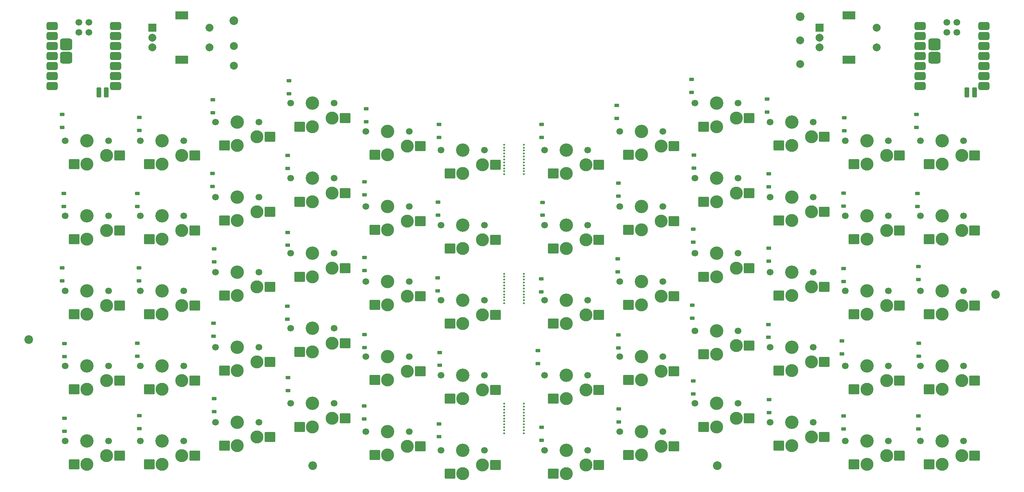
<source format=gbr>
%TF.GenerationSoftware,KiCad,Pcbnew,9.0.5*%
%TF.CreationDate,2025-12-19T18:50:02-08:00*%
%TF.ProjectId,bluekeeb,626c7565-6b65-4656-922e-6b696361645f,rev?*%
%TF.SameCoordinates,Original*%
%TF.FileFunction,Soldermask,Top*%
%TF.FilePolarity,Negative*%
%FSLAX46Y46*%
G04 Gerber Fmt 4.6, Leading zero omitted, Abs format (unit mm)*
G04 Created by KiCad (PCBNEW 9.0.5) date 2025-12-19 18:50:02*
%MOMM*%
%LPD*%
G01*
G04 APERTURE LIST*
G04 Aperture macros list*
%AMRoundRect*
0 Rectangle with rounded corners*
0 $1 Rounding radius*
0 $2 $3 $4 $5 $6 $7 $8 $9 X,Y pos of 4 corners*
0 Add a 4 corners polygon primitive as box body*
4,1,4,$2,$3,$4,$5,$6,$7,$8,$9,$2,$3,0*
0 Add four circle primitives for the rounded corners*
1,1,$1+$1,$2,$3*
1,1,$1+$1,$4,$5*
1,1,$1+$1,$6,$7*
1,1,$1+$1,$8,$9*
0 Add four rect primitives between the rounded corners*
20,1,$1+$1,$2,$3,$4,$5,0*
20,1,$1+$1,$4,$5,$6,$7,0*
20,1,$1+$1,$6,$7,$8,$9,0*
20,1,$1+$1,$8,$9,$2,$3,0*%
G04 Aperture macros list end*
%ADD10C,1.700000*%
%ADD11RoundRect,0.300400X-0.300400X1.000400X-0.300400X-1.000400X0.300400X-1.000400X0.300400X1.000400X0*%
%ADD12RoundRect,0.775400X0.775400X0.775400X-0.775400X0.775400X-0.775400X-0.775400X0.775400X-0.775400X0*%
%ADD13RoundRect,0.525400X-0.900400X-0.525400X0.900400X-0.525400X0.900400X0.525400X-0.900400X0.525400X0*%
%ADD14C,2.200000*%
%ADD15R,2.000000X2.000000*%
%ADD16C,2.000000*%
%ADD17R,3.200000X2.000000*%
%ADD18C,0.500000*%
%ADD19C,3.400000*%
%ADD20C,3.300000*%
%ADD21RoundRect,0.260000X-1.065000X-1.040000X1.065000X-1.040000X1.065000X1.040000X-1.065000X1.040000X0*%
%ADD22RoundRect,0.225000X0.375000X-0.225000X0.375000X0.225000X-0.375000X0.225000X-0.375000X-0.225000X0*%
G04 APERTURE END LIST*
D10*
%TO.C,U2*%
X265715000Y-22471500D03*
X263175000Y-22471500D03*
X265715000Y-19931500D03*
X263175000Y-19931500D03*
D11*
X270160000Y-37736900D03*
X268255000Y-37736900D03*
D12*
X260000000Y-25500000D03*
X260000000Y-28900000D03*
D13*
X272555000Y-20880000D03*
X272555000Y-23420000D03*
X272555000Y-25960000D03*
X272555000Y-28500000D03*
X272555000Y-31040000D03*
X272555000Y-33580000D03*
X272555000Y-36120000D03*
X256390000Y-36120000D03*
X256390000Y-33580000D03*
X256390000Y-31040000D03*
X256390000Y-28500000D03*
X256390000Y-25960000D03*
X256390000Y-23420000D03*
X256390000Y-20880000D03*
%TD*%
D14*
%TO.C,H19*%
X30500000Y-100500000D03*
%TD*%
%TO.C,H18*%
X275500000Y-89000000D03*
%TD*%
%TO.C,H17*%
X82500000Y-19500000D03*
%TD*%
%TO.C,H16*%
X226000000Y-18500000D03*
%TD*%
%TO.C,H15*%
X102500000Y-132500000D03*
%TD*%
%TO.C,H14*%
X205000000Y-132500000D03*
%TD*%
D15*
%TO.C,SW62*%
X230875000Y-21312500D03*
D16*
X230875000Y-26312500D03*
X230875000Y-23812500D03*
D17*
X238375000Y-18212500D03*
X238375000Y-29412500D03*
D16*
X245375000Y-26312500D03*
X245375000Y-21312500D03*
%TD*%
D15*
%TO.C,SW61*%
X61806250Y-21312500D03*
D16*
X61806250Y-26312500D03*
X61806250Y-23812500D03*
D17*
X69306250Y-18212500D03*
X69306250Y-29412500D03*
D16*
X76306250Y-26312500D03*
X76306250Y-21312500D03*
%TD*%
D18*
%TO.C,H1*%
X151000000Y-124250000D03*
X156000000Y-124250000D03*
X151000000Y-123500000D03*
X151000000Y-123500000D03*
X156000000Y-123500000D03*
X156000000Y-123500000D03*
X151000000Y-122750000D03*
X156000000Y-122750000D03*
X151000000Y-122000000D03*
X156000000Y-122000000D03*
X151000000Y-121250000D03*
X156000000Y-121250000D03*
X151000000Y-120500000D03*
X156000000Y-120500000D03*
X151000000Y-119750000D03*
X156000000Y-119750000D03*
X151000000Y-119000000D03*
X156000000Y-119000000D03*
X151000000Y-118250000D03*
X156000000Y-118250000D03*
X151000000Y-117500000D03*
X156000000Y-117500000D03*
X151000000Y-116750000D03*
X156000000Y-116750000D03*
%TD*%
%TO.C,H3*%
X151000000Y-91250000D03*
X156000000Y-91250000D03*
X151000000Y-90500000D03*
X151000000Y-90500000D03*
X156000000Y-90500000D03*
X156000000Y-90500000D03*
X151000000Y-89750000D03*
X156000000Y-89750000D03*
X151000000Y-89000000D03*
X156000000Y-89000000D03*
X151000000Y-88250000D03*
X156000000Y-88250000D03*
X151000000Y-87500000D03*
X156000000Y-87500000D03*
X151000000Y-86750000D03*
X156000000Y-86750000D03*
X151000000Y-86000000D03*
X156000000Y-86000000D03*
X151000000Y-85250000D03*
X156000000Y-85250000D03*
X151000000Y-84500000D03*
X156000000Y-84500000D03*
X151000000Y-83750000D03*
X156000000Y-83750000D03*
%TD*%
%TO.C,H5*%
X151000000Y-58500000D03*
X156000000Y-58500000D03*
X151000000Y-57750000D03*
X151000000Y-57750000D03*
X156000000Y-57750000D03*
X156000000Y-57750000D03*
X151000000Y-57000000D03*
X156000000Y-57000000D03*
X151000000Y-56250000D03*
X156000000Y-56250000D03*
X151000000Y-55500000D03*
X156000000Y-55500000D03*
X151000000Y-54750000D03*
X156000000Y-54750000D03*
X151000000Y-54000000D03*
X156000000Y-54000000D03*
X151000000Y-53250000D03*
X156000000Y-53250000D03*
X151000000Y-52500000D03*
X156000000Y-52500000D03*
X151000000Y-51750000D03*
X156000000Y-51750000D03*
X151000000Y-51000000D03*
X156000000Y-51000000D03*
%TD*%
D10*
%TO.C,SW1*%
X39743750Y-50006250D03*
D19*
X45243750Y-50006250D03*
D10*
X50743750Y-50006250D03*
D20*
X50243750Y-53756250D03*
D21*
X53488750Y-53756250D03*
X41998750Y-55956250D03*
D20*
X45243750Y-55956250D03*
%TD*%
D10*
%TO.C,SW2*%
X161187500Y-52387500D03*
D19*
X166687500Y-52387500D03*
D10*
X172187500Y-52387500D03*
D20*
X171687500Y-56137500D03*
D21*
X174932500Y-56137500D03*
X163442500Y-58337500D03*
D20*
X166687500Y-58337500D03*
%TD*%
D10*
%TO.C,SW3*%
X58793750Y-50006250D03*
D19*
X64293750Y-50006250D03*
D10*
X69793750Y-50006250D03*
D20*
X69293750Y-53756250D03*
D21*
X72538750Y-53756250D03*
X61048750Y-55956250D03*
D20*
X64293750Y-55956250D03*
%TD*%
D10*
%TO.C,SW4*%
X180237500Y-47625000D03*
D19*
X185737500Y-47625000D03*
D10*
X191237500Y-47625000D03*
D20*
X190737500Y-51375000D03*
D21*
X193982500Y-51375000D03*
X182492500Y-53575000D03*
D20*
X185737500Y-53575000D03*
%TD*%
D10*
%TO.C,SW5*%
X77843750Y-45243750D03*
D19*
X83343750Y-45243750D03*
D10*
X88843750Y-45243750D03*
D20*
X88343750Y-48993750D03*
D21*
X91588750Y-48993750D03*
X80098750Y-51193750D03*
D20*
X83343750Y-51193750D03*
%TD*%
D10*
%TO.C,SW6*%
X199287500Y-40481250D03*
D19*
X204787500Y-40481250D03*
D10*
X210287500Y-40481250D03*
D20*
X209787500Y-44231250D03*
D21*
X213032500Y-44231250D03*
X201542500Y-46431250D03*
D20*
X204787500Y-46431250D03*
%TD*%
D10*
%TO.C,SW7*%
X96893750Y-40481250D03*
D19*
X102393750Y-40481250D03*
D10*
X107893750Y-40481250D03*
D20*
X107393750Y-44231250D03*
D21*
X110638750Y-44231250D03*
X99148750Y-46431250D03*
D20*
X102393750Y-46431250D03*
%TD*%
D10*
%TO.C,SW8*%
X218337500Y-45243750D03*
D19*
X223837500Y-45243750D03*
D10*
X229337500Y-45243750D03*
D20*
X228837500Y-48993750D03*
D21*
X232082500Y-48993750D03*
X220592500Y-51193750D03*
D20*
X223837500Y-51193750D03*
%TD*%
D10*
%TO.C,SW9*%
X115943750Y-47625000D03*
D19*
X121443750Y-47625000D03*
D10*
X126943750Y-47625000D03*
D20*
X126443750Y-51375000D03*
D21*
X129688750Y-51375000D03*
X118198750Y-53575000D03*
D20*
X121443750Y-53575000D03*
%TD*%
D10*
%TO.C,SW10*%
X237387500Y-50006250D03*
D19*
X242887500Y-50006250D03*
D10*
X248387500Y-50006250D03*
D20*
X247887500Y-53756250D03*
D21*
X251132500Y-53756250D03*
X239642500Y-55956250D03*
D20*
X242887500Y-55956250D03*
%TD*%
D10*
%TO.C,SW11*%
X134993750Y-52387500D03*
D19*
X140493750Y-52387500D03*
D10*
X145993750Y-52387500D03*
D20*
X145493750Y-56137500D03*
D21*
X148738750Y-56137500D03*
X137248750Y-58337500D03*
D20*
X140493750Y-58337500D03*
%TD*%
D10*
%TO.C,SW12*%
X256437500Y-50006250D03*
D19*
X261937500Y-50006250D03*
D10*
X267437500Y-50006250D03*
D20*
X266937500Y-53756250D03*
D21*
X270182500Y-53756250D03*
X258692500Y-55956250D03*
D20*
X261937500Y-55956250D03*
%TD*%
D10*
%TO.C,SW13*%
X39743750Y-69056250D03*
D19*
X45243750Y-69056250D03*
D10*
X50743750Y-69056250D03*
D20*
X50243750Y-72806250D03*
D21*
X53488750Y-72806250D03*
X41998750Y-75006250D03*
D20*
X45243750Y-75006250D03*
%TD*%
D10*
%TO.C,SW14*%
X161187500Y-71437500D03*
D19*
X166687500Y-71437500D03*
D10*
X172187500Y-71437500D03*
D20*
X171687500Y-75187500D03*
D21*
X174932500Y-75187500D03*
X163442500Y-77387500D03*
D20*
X166687500Y-77387500D03*
%TD*%
D10*
%TO.C,SW15*%
X39743750Y-88106250D03*
D19*
X45243750Y-88106250D03*
D10*
X50743750Y-88106250D03*
D20*
X50243750Y-91856250D03*
D21*
X53488750Y-91856250D03*
X41998750Y-94056250D03*
D20*
X45243750Y-94056250D03*
%TD*%
D10*
%TO.C,SW16*%
X161187500Y-90487500D03*
D19*
X166687500Y-90487500D03*
D10*
X172187500Y-90487500D03*
D20*
X171687500Y-94237500D03*
D21*
X174932500Y-94237500D03*
X163442500Y-96437500D03*
D20*
X166687500Y-96437500D03*
%TD*%
D10*
%TO.C,SW17*%
X39743750Y-107156250D03*
D19*
X45243750Y-107156250D03*
D10*
X50743750Y-107156250D03*
D20*
X50243750Y-110906250D03*
D21*
X53488750Y-110906250D03*
X41998750Y-113106250D03*
D20*
X45243750Y-113106250D03*
%TD*%
D10*
%TO.C,SW18*%
X161187500Y-109537500D03*
D19*
X166687500Y-109537500D03*
D10*
X172187500Y-109537500D03*
D20*
X171687500Y-113287500D03*
D21*
X174932500Y-113287500D03*
X163442500Y-115487500D03*
D20*
X166687500Y-115487500D03*
%TD*%
D10*
%TO.C,SW19*%
X39743750Y-126206250D03*
D19*
X45243750Y-126206250D03*
D10*
X50743750Y-126206250D03*
D20*
X50243750Y-129956250D03*
D21*
X53488750Y-129956250D03*
X41998750Y-132156250D03*
D20*
X45243750Y-132156250D03*
%TD*%
D10*
%TO.C,SW20*%
X161187500Y-128587500D03*
D19*
X166687500Y-128587500D03*
D10*
X172187500Y-128587500D03*
D20*
X171687500Y-132337500D03*
D21*
X174932500Y-132337500D03*
X163442500Y-134537500D03*
D20*
X166687500Y-134537500D03*
%TD*%
D10*
%TO.C,SW21*%
X58793750Y-69056250D03*
D19*
X64293750Y-69056250D03*
D10*
X69793750Y-69056250D03*
D20*
X69293750Y-72806250D03*
D21*
X72538750Y-72806250D03*
X61048750Y-75006250D03*
D20*
X64293750Y-75006250D03*
%TD*%
D10*
%TO.C,SW22*%
X180237500Y-66675000D03*
D19*
X185737500Y-66675000D03*
D10*
X191237500Y-66675000D03*
D20*
X190737500Y-70425000D03*
D21*
X193982500Y-70425000D03*
X182492500Y-72625000D03*
D20*
X185737500Y-72625000D03*
%TD*%
D10*
%TO.C,SW23*%
X58793750Y-88106250D03*
D19*
X64293750Y-88106250D03*
D10*
X69793750Y-88106250D03*
D20*
X69293750Y-91856250D03*
D21*
X72538750Y-91856250D03*
X61048750Y-94056250D03*
D20*
X64293750Y-94056250D03*
%TD*%
D10*
%TO.C,SW24*%
X180237500Y-85725000D03*
D19*
X185737500Y-85725000D03*
D10*
X191237500Y-85725000D03*
D20*
X190737500Y-89475000D03*
D21*
X193982500Y-89475000D03*
X182492500Y-91675000D03*
D20*
X185737500Y-91675000D03*
%TD*%
D10*
%TO.C,SW25*%
X58793750Y-107156250D03*
D19*
X64293750Y-107156250D03*
D10*
X69793750Y-107156250D03*
D20*
X69293750Y-110906250D03*
D21*
X72538750Y-110906250D03*
X61048750Y-113106250D03*
D20*
X64293750Y-113106250D03*
%TD*%
D10*
%TO.C,SW26*%
X180237500Y-104775000D03*
D19*
X185737500Y-104775000D03*
D10*
X191237500Y-104775000D03*
D20*
X190737500Y-108525000D03*
D21*
X193982500Y-108525000D03*
X182492500Y-110725000D03*
D20*
X185737500Y-110725000D03*
%TD*%
D10*
%TO.C,SW27*%
X58793750Y-126206250D03*
D19*
X64293750Y-126206250D03*
D10*
X69793750Y-126206250D03*
D20*
X69293750Y-129956250D03*
D21*
X72538750Y-129956250D03*
X61048750Y-132156250D03*
D20*
X64293750Y-132156250D03*
%TD*%
D10*
%TO.C,SW28*%
X180237500Y-123825000D03*
D19*
X185737500Y-123825000D03*
D10*
X191237500Y-123825000D03*
D20*
X190737500Y-127575000D03*
D21*
X193982500Y-127575000D03*
X182492500Y-129775000D03*
D20*
X185737500Y-129775000D03*
%TD*%
D10*
%TO.C,SW29*%
X77843750Y-64293750D03*
D19*
X83343750Y-64293750D03*
D10*
X88843750Y-64293750D03*
D20*
X88343750Y-68043750D03*
D21*
X91588750Y-68043750D03*
X80098750Y-70243750D03*
D20*
X83343750Y-70243750D03*
%TD*%
D10*
%TO.C,SW30*%
X199287500Y-59531250D03*
D19*
X204787500Y-59531250D03*
D10*
X210287500Y-59531250D03*
D20*
X209787500Y-63281250D03*
D21*
X213032500Y-63281250D03*
X201542500Y-65481250D03*
D20*
X204787500Y-65481250D03*
%TD*%
D10*
%TO.C,SW31*%
X77843750Y-83343750D03*
D19*
X83343750Y-83343750D03*
D10*
X88843750Y-83343750D03*
D20*
X88343750Y-87093750D03*
D21*
X91588750Y-87093750D03*
X80098750Y-89293750D03*
D20*
X83343750Y-89293750D03*
%TD*%
D10*
%TO.C,SW32*%
X199287500Y-78581250D03*
D19*
X204787500Y-78581250D03*
D10*
X210287500Y-78581250D03*
D20*
X209787500Y-82331250D03*
D21*
X213032500Y-82331250D03*
X201542500Y-84531250D03*
D20*
X204787500Y-84531250D03*
%TD*%
D10*
%TO.C,SW33*%
X77843750Y-102393750D03*
D19*
X83343750Y-102393750D03*
D10*
X88843750Y-102393750D03*
D20*
X88343750Y-106143750D03*
D21*
X91588750Y-106143750D03*
X80098750Y-108343750D03*
D20*
X83343750Y-108343750D03*
%TD*%
D10*
%TO.C,SW34*%
X199287500Y-98268750D03*
D19*
X204787500Y-98268750D03*
D10*
X210287500Y-98268750D03*
D20*
X209787500Y-102018750D03*
D21*
X213032500Y-102018750D03*
X201542500Y-104218750D03*
D20*
X204787500Y-104218750D03*
%TD*%
D10*
%TO.C,SW35*%
X77843750Y-121443750D03*
D19*
X83343750Y-121443750D03*
D10*
X88843750Y-121443750D03*
D20*
X88343750Y-125193750D03*
D21*
X91588750Y-125193750D03*
X80098750Y-127393750D03*
D20*
X83343750Y-127393750D03*
%TD*%
D10*
%TO.C,SW36*%
X199287500Y-116681250D03*
D19*
X204787500Y-116681250D03*
D10*
X210287500Y-116681250D03*
D20*
X209787500Y-120431250D03*
D21*
X213032500Y-120431250D03*
X201542500Y-122631250D03*
D20*
X204787500Y-122631250D03*
%TD*%
D10*
%TO.C,SW37*%
X96893750Y-59531250D03*
D19*
X102393750Y-59531250D03*
D10*
X107893750Y-59531250D03*
D20*
X107393750Y-63281250D03*
D21*
X110638750Y-63281250D03*
X99148750Y-65481250D03*
D20*
X102393750Y-65481250D03*
%TD*%
D10*
%TO.C,SW38*%
X218337500Y-64293750D03*
D19*
X223837500Y-64293750D03*
D10*
X229337500Y-64293750D03*
D20*
X228837500Y-68043750D03*
D21*
X232082500Y-68043750D03*
X220592500Y-70243750D03*
D20*
X223837500Y-70243750D03*
%TD*%
D10*
%TO.C,SW39*%
X96893750Y-78581250D03*
D19*
X102393750Y-78581250D03*
D10*
X107893750Y-78581250D03*
D20*
X107393750Y-82331250D03*
D21*
X110638750Y-82331250D03*
X99148750Y-84531250D03*
D20*
X102393750Y-84531250D03*
%TD*%
D10*
%TO.C,SW40*%
X218337500Y-83343750D03*
D19*
X223837500Y-83343750D03*
D10*
X229337500Y-83343750D03*
D20*
X228837500Y-87093750D03*
D21*
X232082500Y-87093750D03*
X220592500Y-89293750D03*
D20*
X223837500Y-89293750D03*
%TD*%
D10*
%TO.C,SW41*%
X96893750Y-97631250D03*
D19*
X102393750Y-97631250D03*
D10*
X107893750Y-97631250D03*
D20*
X107393750Y-101381250D03*
D21*
X110638750Y-101381250D03*
X99148750Y-103581250D03*
D20*
X102393750Y-103581250D03*
%TD*%
D10*
%TO.C,SW42*%
X218337500Y-102393750D03*
D19*
X223837500Y-102393750D03*
D10*
X229337500Y-102393750D03*
D20*
X228837500Y-106143750D03*
D21*
X232082500Y-106143750D03*
X220592500Y-108343750D03*
D20*
X223837500Y-108343750D03*
%TD*%
D10*
%TO.C,SW43*%
X96893750Y-116681250D03*
D19*
X102393750Y-116681250D03*
D10*
X107893750Y-116681250D03*
D20*
X107393750Y-120431250D03*
D21*
X110638750Y-120431250D03*
X99148750Y-122631250D03*
D20*
X102393750Y-122631250D03*
%TD*%
D10*
%TO.C,SW44*%
X218337500Y-121443750D03*
D19*
X223837500Y-121443750D03*
D10*
X229337500Y-121443750D03*
D20*
X228837500Y-125193750D03*
D21*
X232082500Y-125193750D03*
X220592500Y-127393750D03*
D20*
X223837500Y-127393750D03*
%TD*%
D10*
%TO.C,SW45*%
X115943750Y-66675000D03*
D19*
X121443750Y-66675000D03*
D10*
X126943750Y-66675000D03*
D20*
X126443750Y-70425000D03*
D21*
X129688750Y-70425000D03*
X118198750Y-72625000D03*
D20*
X121443750Y-72625000D03*
%TD*%
D10*
%TO.C,SW46*%
X237387500Y-69056250D03*
D19*
X242887500Y-69056250D03*
D10*
X248387500Y-69056250D03*
D20*
X247887500Y-72806250D03*
D21*
X251132500Y-72806250D03*
X239642500Y-75006250D03*
D20*
X242887500Y-75006250D03*
%TD*%
D10*
%TO.C,SW47*%
X115943750Y-85725000D03*
D19*
X121443750Y-85725000D03*
D10*
X126943750Y-85725000D03*
D20*
X126443750Y-89475000D03*
D21*
X129688750Y-89475000D03*
X118198750Y-91675000D03*
D20*
X121443750Y-91675000D03*
%TD*%
D10*
%TO.C,SW48*%
X237387500Y-88106250D03*
D19*
X242887500Y-88106250D03*
D10*
X248387500Y-88106250D03*
D20*
X247887500Y-91856250D03*
D21*
X251132500Y-91856250D03*
X239642500Y-94056250D03*
D20*
X242887500Y-94056250D03*
%TD*%
D10*
%TO.C,SW49*%
X115943750Y-104775000D03*
D19*
X121443750Y-104775000D03*
D10*
X126943750Y-104775000D03*
D20*
X126443750Y-108525000D03*
D21*
X129688750Y-108525000D03*
X118198750Y-110725000D03*
D20*
X121443750Y-110725000D03*
%TD*%
D10*
%TO.C,SW50*%
X237387500Y-107156250D03*
D19*
X242887500Y-107156250D03*
D10*
X248387500Y-107156250D03*
D20*
X247887500Y-110906250D03*
D21*
X251132500Y-110906250D03*
X239642500Y-113106250D03*
D20*
X242887500Y-113106250D03*
%TD*%
D10*
%TO.C,SW51*%
X115943750Y-123825000D03*
D19*
X121443750Y-123825000D03*
D10*
X126943750Y-123825000D03*
D20*
X126443750Y-127575000D03*
D21*
X129688750Y-127575000D03*
X118198750Y-129775000D03*
D20*
X121443750Y-129775000D03*
%TD*%
D10*
%TO.C,SW52*%
X237387500Y-126206250D03*
D19*
X242887500Y-126206250D03*
D10*
X248387500Y-126206250D03*
D20*
X247887500Y-129956250D03*
D21*
X251132500Y-129956250D03*
X239642500Y-132156250D03*
D20*
X242887500Y-132156250D03*
%TD*%
D10*
%TO.C,SW53*%
X134993750Y-71437500D03*
D19*
X140493750Y-71437500D03*
D10*
X145993750Y-71437500D03*
D20*
X145493750Y-75187500D03*
D21*
X148738750Y-75187500D03*
X137248750Y-77387500D03*
D20*
X140493750Y-77387500D03*
%TD*%
D10*
%TO.C,SW54*%
X256437500Y-69056250D03*
D19*
X261937500Y-69056250D03*
D10*
X267437500Y-69056250D03*
D20*
X266937500Y-72806250D03*
D21*
X270182500Y-72806250D03*
X258692500Y-75006250D03*
D20*
X261937500Y-75006250D03*
%TD*%
D10*
%TO.C,SW55*%
X134993750Y-90487500D03*
D19*
X140493750Y-90487500D03*
D10*
X145993750Y-90487500D03*
D20*
X145493750Y-94237500D03*
D21*
X148738750Y-94237500D03*
X137248750Y-96437500D03*
D20*
X140493750Y-96437500D03*
%TD*%
D10*
%TO.C,SW56*%
X256437500Y-88106250D03*
D19*
X261937500Y-88106250D03*
D10*
X267437500Y-88106250D03*
D20*
X266937500Y-91856250D03*
D21*
X270182500Y-91856250D03*
X258692500Y-94056250D03*
D20*
X261937500Y-94056250D03*
%TD*%
D10*
%TO.C,SW57*%
X134993750Y-109537500D03*
D19*
X140493750Y-109537500D03*
D10*
X145993750Y-109537500D03*
D20*
X145493750Y-113287500D03*
D21*
X148738750Y-113287500D03*
X137248750Y-115487500D03*
D20*
X140493750Y-115487500D03*
%TD*%
D10*
%TO.C,SW58*%
X256437500Y-107156250D03*
D19*
X261937500Y-107156250D03*
D10*
X267437500Y-107156250D03*
D20*
X266937500Y-110906250D03*
D21*
X270182500Y-110906250D03*
X258692500Y-113106250D03*
D20*
X261937500Y-113106250D03*
%TD*%
D10*
%TO.C,SW59*%
X134993750Y-128587500D03*
D19*
X140493750Y-128587500D03*
D10*
X145993750Y-128587500D03*
D20*
X145493750Y-132337500D03*
D21*
X148738750Y-132337500D03*
X137248750Y-134537500D03*
D20*
X140493750Y-134537500D03*
%TD*%
D10*
%TO.C,SW60*%
X256437500Y-126206250D03*
D19*
X261937500Y-126206250D03*
D10*
X267437500Y-126206250D03*
D20*
X266937500Y-129956250D03*
D21*
X270182500Y-129956250D03*
X258692500Y-132156250D03*
D20*
X261937500Y-132156250D03*
%TD*%
D13*
%TO.C,U1*%
X36390000Y-20880000D03*
X36390000Y-23420000D03*
X36390000Y-25960000D03*
X36390000Y-28500000D03*
X36390000Y-31040000D03*
X36390000Y-33580000D03*
X36390000Y-36120000D03*
X52555000Y-36120000D03*
X52555000Y-33580000D03*
X52555000Y-31040000D03*
X52555000Y-28500000D03*
X52555000Y-25960000D03*
X52555000Y-23420000D03*
X52555000Y-20880000D03*
D12*
X40000000Y-28900000D03*
X40000000Y-25500000D03*
D11*
X48255000Y-37736900D03*
X50160000Y-37736900D03*
D10*
X43175000Y-19931500D03*
X45715000Y-19931500D03*
X43175000Y-22471500D03*
X45715000Y-22471500D03*
%TD*%
D22*
%TO.C,D52*%
X237000000Y-123150000D03*
X237000000Y-119850000D03*
%TD*%
%TO.C,D37*%
X96106250Y-57050000D03*
X96106250Y-53750000D03*
%TD*%
%TO.C,D14*%
X160750000Y-68931250D03*
X160750000Y-65631250D03*
%TD*%
%TO.C,D43*%
X96206250Y-113393750D03*
X96206250Y-110093750D03*
%TD*%
%TO.C,D3*%
X58500000Y-47362500D03*
X58500000Y-44062500D03*
%TD*%
D16*
%TO.C,TP2*%
X226000000Y-30500000D03*
%TD*%
D22*
%TO.C,D5*%
X77156250Y-42906250D03*
X77156250Y-39606250D03*
%TD*%
%TO.C,D46*%
X236993750Y-66631250D03*
X236993750Y-63331250D03*
%TD*%
%TO.C,D50*%
X236543750Y-104125000D03*
X236543750Y-100825000D03*
%TD*%
%TO.C,D26*%
X179943750Y-102581250D03*
X179943750Y-99281250D03*
%TD*%
%TO.C,D35*%
X77506250Y-118750000D03*
X77506250Y-115450000D03*
%TD*%
%TO.C,D48*%
X237043750Y-85775000D03*
X237043750Y-82475000D03*
%TD*%
D16*
%TO.C,TP4*%
X226000000Y-24500000D03*
%TD*%
D22*
%TO.C,D39*%
X96106250Y-76550000D03*
X96106250Y-73250000D03*
%TD*%
%TO.C,D7*%
X96450000Y-38093750D03*
X96450000Y-34793750D03*
%TD*%
%TO.C,D16*%
X160350000Y-88343750D03*
X160350000Y-85043750D03*
%TD*%
%TO.C,D38*%
X218043750Y-61700000D03*
X218043750Y-58400000D03*
%TD*%
%TO.C,D17*%
X39556250Y-104768750D03*
X39556250Y-101468750D03*
%TD*%
%TO.C,D59*%
X134500000Y-125150000D03*
X134500000Y-121850000D03*
%TD*%
%TO.C,D4*%
X179500000Y-44300000D03*
X179500000Y-41000000D03*
%TD*%
%TO.C,D33*%
X77350000Y-99606250D03*
X77350000Y-96306250D03*
%TD*%
%TO.C,D51*%
X115500000Y-120650000D03*
X115500000Y-117350000D03*
%TD*%
%TO.C,D29*%
X77106250Y-61618750D03*
X77106250Y-58318750D03*
%TD*%
%TO.C,D22*%
X179943750Y-64081250D03*
X179943750Y-60781250D03*
%TD*%
%TO.C,D32*%
X198943750Y-75750000D03*
X198943750Y-72450000D03*
%TD*%
%TO.C,D45*%
X115556250Y-63718750D03*
X115556250Y-60418750D03*
%TD*%
D16*
%TO.C,TP3*%
X82500000Y-26000000D03*
%TD*%
D22*
%TO.C,D27*%
X58556250Y-123081250D03*
X58556250Y-119781250D03*
%TD*%
%TO.C,D10*%
X237143750Y-47500000D03*
X237143750Y-44200000D03*
%TD*%
%TO.C,D54*%
X255693750Y-66650000D03*
X255693750Y-63350000D03*
%TD*%
%TO.C,D53*%
X134256250Y-68912500D03*
X134256250Y-65612500D03*
%TD*%
%TO.C,D49*%
X115606250Y-102481250D03*
X115606250Y-99181250D03*
%TD*%
%TO.C,D23*%
X58400000Y-85581250D03*
X58400000Y-82281250D03*
%TD*%
%TO.C,D18*%
X159493750Y-106581250D03*
X159493750Y-103281250D03*
%TD*%
%TO.C,D42*%
X217943750Y-99918750D03*
X217943750Y-96618750D03*
%TD*%
%TO.C,D36*%
X198943750Y-114250000D03*
X198943750Y-110950000D03*
%TD*%
%TO.C,D44*%
X218143750Y-119037500D03*
X218143750Y-115737500D03*
%TD*%
%TO.C,D58*%
X256043750Y-104681250D03*
X256043750Y-101381250D03*
%TD*%
%TO.C,D15*%
X39006250Y-85531250D03*
X39006250Y-82231250D03*
%TD*%
%TO.C,D8*%
X217643750Y-42737500D03*
X217643750Y-39437500D03*
%TD*%
%TO.C,D47*%
X115606250Y-82981250D03*
X115606250Y-79681250D03*
%TD*%
%TO.C,D56*%
X255993750Y-85268750D03*
X255993750Y-81968750D03*
%TD*%
%TO.C,D40*%
X218043750Y-80550000D03*
X218043750Y-77250000D03*
%TD*%
%TO.C,D20*%
X160493750Y-126031250D03*
X160493750Y-122731250D03*
%TD*%
%TO.C,D57*%
X134606250Y-107031250D03*
X134606250Y-103731250D03*
%TD*%
%TO.C,D25*%
X58006250Y-104725000D03*
X58006250Y-101425000D03*
%TD*%
%TO.C,D30*%
X199043750Y-56975000D03*
X199043750Y-53675000D03*
%TD*%
%TO.C,D19*%
X39556250Y-123768750D03*
X39556250Y-120468750D03*
%TD*%
%TO.C,D13*%
X39400000Y-66675000D03*
X39400000Y-63375000D03*
%TD*%
%TO.C,D41*%
X96006250Y-95275000D03*
X96006250Y-91975000D03*
%TD*%
%TO.C,D1*%
X39000000Y-46650000D03*
X39000000Y-43350000D03*
%TD*%
%TO.C,D31*%
X77506250Y-80750000D03*
X77506250Y-77450000D03*
%TD*%
%TO.C,D9*%
X116000000Y-45187500D03*
X116000000Y-41887500D03*
%TD*%
%TO.C,D24*%
X179800000Y-83268750D03*
X179800000Y-79968750D03*
%TD*%
%TO.C,D6*%
X198500000Y-37750000D03*
X198500000Y-34450000D03*
%TD*%
%TO.C,D34*%
X198656250Y-95018750D03*
X198656250Y-91718750D03*
%TD*%
%TO.C,D21*%
X58006250Y-66725000D03*
X58006250Y-63425000D03*
%TD*%
%TO.C,D12*%
X255500000Y-46650000D03*
X255500000Y-43350000D03*
%TD*%
%TO.C,D11*%
X134500000Y-49150000D03*
X134500000Y-45850000D03*
%TD*%
%TO.C,D55*%
X134106250Y-88081250D03*
X134106250Y-84781250D03*
%TD*%
D16*
%TO.C,TP1*%
X82500000Y-31000000D03*
%TD*%
D22*
%TO.C,D60*%
X256000000Y-123150000D03*
X256000000Y-119850000D03*
%TD*%
%TO.C,D28*%
X179993750Y-121368750D03*
X179993750Y-118068750D03*
%TD*%
%TO.C,D2*%
X160500000Y-49150000D03*
X160500000Y-45850000D03*
%TD*%
M02*

</source>
